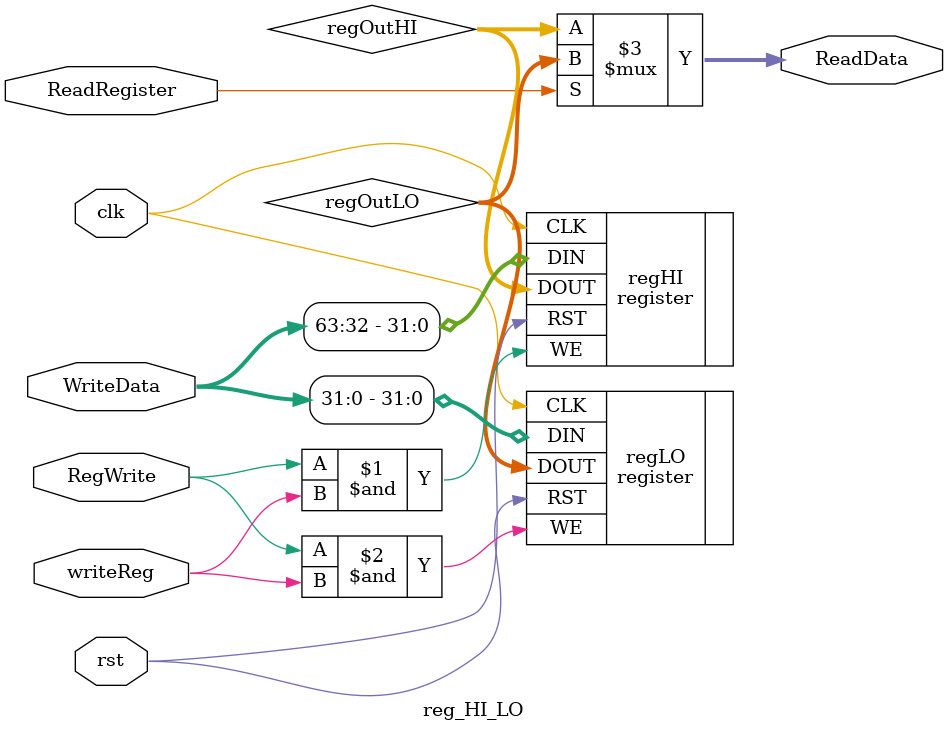
<source format=v>
module reg_HI_LO(RegWrite, WriteData, ReadRegister, clk, rst, ReadData, writeReg);
	input RegWrite;		// we always write to both HI and LO at the same time
	input [63:0] WriteData;
	input ReadRegister;		// HI = 0   LO = 1
	input clk;
	input rst;
     input writeReg;	// if 1, then write to HI LO, if 0, do nothing
 

	output [31:0] ReadData;

	wire [31:0] regOutHI;
	wire [31:0] regOutLO;

     // only write to HI LO if regWrite==1 && dest reg is 6'b100000

	register #(32) regHI(.CLK(clk),.RST(rst),.WE(RegWrite & writeReg),.DIN(WriteData[63:32]),.DOUT(regOutHI));
	register #(32) regLO(.CLK(clk),.RST(rst),.WE(RegWrite & writeReg),.DIN(WriteData[31:0]),.DOUT(regOutLO));

	assign ReadData = (ReadRegister) ? regOutLO : regOutHI;

endmodule

</source>
